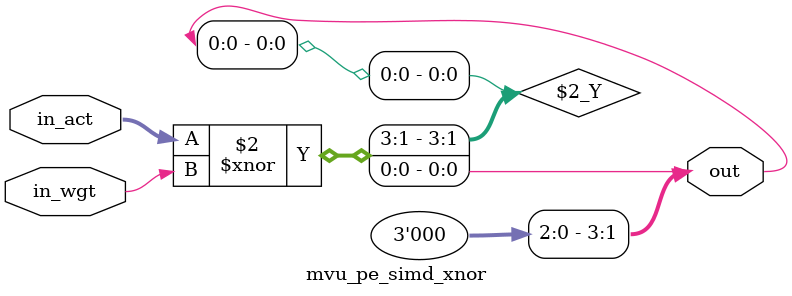
<source format=sv>
/*
 * Module: XNOR based SIMD (mvu_pe_simd_xnor.sv)
 *  
 * Author(s): Syed Asad Alam <syed.asad.alam@tcd.ie>
 *
 * This file lists an RTL implementation of a SIMD unit based on standard
 * multiplication. It performs XNOR of input activation and weight where
 * word length of both inputs is 1-bit. 
 * It is part of a processing element
 * which is part of the Matrix-Vector-Multiplication Unit
 *
 * This material is based upon work supported, in part, by Science Foundation
 * Ireland, www.sfi.ie under Grant No. 13/RC/2094 and, in part, by the 
 * European Union's Horizon 2020 research and innovation programme under the 
 * Marie Sklodowska-Curie grant agreement Grant No.754489. 
 * 
 * Inputs:
 * [TSrc-1:0] in_act - Input activation stream, word length TSrcI
 * [TW-1:0]   in_wgt - Input weight, word length TW
 * 
 * Outputs:
 * [TDstI-1:0] out   - Output stream, word length TDstI
 * */


`timescale 1ns/1ns
//`include "../../mvau_defn.sv"

module mvu_pe_simd_xnor #(
			 parameter int TSrcI=4,
			 parameter int TW=1,
			 parameter int TDstI=4)
   ( 
     input logic unsigned [TSrcI-1:0]  in_act, //Input activation
     input logic unsigned [TW-1:0]     in_wgt, //Input weight
     output logic unsigned [TDstI-1:0] out); //Output   

   // Always_COMB: XNOR based SIMD
   // Performs multiplication by XNOR
   // Both inputs are '1' bit
   // Output is also '1' bit with extra output bits forced to zero
   always_comb begin
      out[0] = in_act^~in_wgt;
      out[TDstI-1:1] = 'd0;
   end
   //   end
   //end

endmodule // mvu_simd

</source>
